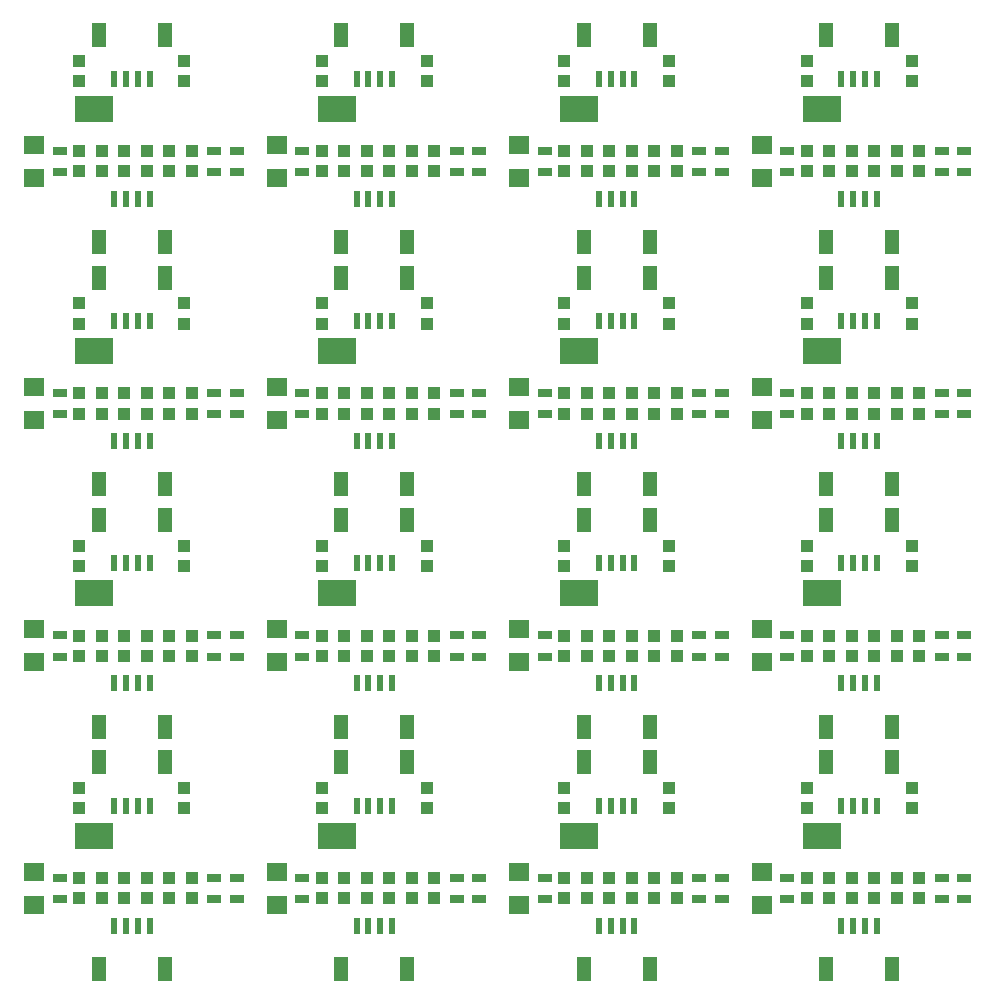
<source format=gtp>
G75*
%MOIN*%
%OFA0B0*%
%FSLAX25Y25*%
%IPPOS*%
%LPD*%
%AMOC8*
5,1,8,0,0,1.08239X$1,22.5*
%
%ADD10R,0.04724X0.03150*%
%ADD11R,0.03937X0.04331*%
%ADD12R,0.07087X0.06299*%
%ADD13R,0.04724X0.07874*%
%ADD14R,0.02362X0.05315*%
%ADD15R,0.13000X0.08800*%
D10*
X0017500Y0109293D03*
X0017500Y0116380D03*
X0069000Y0116380D03*
X0069000Y0109293D03*
X0076500Y0109293D03*
X0076500Y0116380D03*
X0098300Y0116380D03*
X0098300Y0109293D03*
X0149800Y0109293D03*
X0149800Y0116380D03*
X0157300Y0116380D03*
X0157300Y0109293D03*
X0179100Y0109293D03*
X0179100Y0116380D03*
X0230600Y0116380D03*
X0230600Y0109293D03*
X0238100Y0109293D03*
X0238100Y0116380D03*
X0259900Y0116380D03*
X0259900Y0109293D03*
X0311400Y0109293D03*
X0311400Y0116380D03*
X0318900Y0116380D03*
X0318900Y0109293D03*
X0318900Y0190093D03*
X0318900Y0197180D03*
X0311400Y0197180D03*
X0311400Y0190093D03*
X0259900Y0190093D03*
X0259900Y0197180D03*
X0238100Y0197180D03*
X0238100Y0190093D03*
X0230600Y0190093D03*
X0230600Y0197180D03*
X0179100Y0197180D03*
X0179100Y0190093D03*
X0157300Y0190093D03*
X0157300Y0197180D03*
X0149800Y0197180D03*
X0149800Y0190093D03*
X0098300Y0190093D03*
X0098300Y0197180D03*
X0076500Y0197180D03*
X0076500Y0190093D03*
X0069000Y0190093D03*
X0069000Y0197180D03*
X0017500Y0197180D03*
X0017500Y0190093D03*
X0017500Y0270893D03*
X0017500Y0277980D03*
X0069000Y0277980D03*
X0069000Y0270893D03*
X0076500Y0270893D03*
X0076500Y0277980D03*
X0098300Y0277980D03*
X0098300Y0270893D03*
X0149800Y0270893D03*
X0149800Y0277980D03*
X0157300Y0277980D03*
X0157300Y0270893D03*
X0179100Y0270893D03*
X0179100Y0277980D03*
X0230600Y0277980D03*
X0230600Y0270893D03*
X0238100Y0270893D03*
X0238100Y0277980D03*
X0259900Y0277980D03*
X0259900Y0270893D03*
X0311400Y0270893D03*
X0311400Y0277980D03*
X0318900Y0277980D03*
X0318900Y0270893D03*
X0318900Y0351670D03*
X0318900Y0358757D03*
X0311400Y0358757D03*
X0311400Y0351670D03*
X0259900Y0351670D03*
X0259900Y0358757D03*
X0238100Y0358757D03*
X0238100Y0351670D03*
X0230600Y0351670D03*
X0230600Y0358757D03*
X0179100Y0358757D03*
X0179100Y0351670D03*
X0157300Y0351670D03*
X0157300Y0358757D03*
X0149800Y0358757D03*
X0149800Y0351670D03*
X0098300Y0351670D03*
X0098300Y0358757D03*
X0076500Y0358757D03*
X0076500Y0351670D03*
X0069000Y0351670D03*
X0069000Y0358757D03*
X0017500Y0358757D03*
X0017500Y0351670D03*
D11*
X0024000Y0351867D03*
X0024000Y0358560D03*
X0031500Y0358560D03*
X0031500Y0351867D03*
X0039000Y0351867D03*
X0039000Y0358560D03*
X0046500Y0358560D03*
X0046500Y0351867D03*
X0054000Y0351867D03*
X0054000Y0358560D03*
X0061500Y0358560D03*
X0061500Y0351867D03*
X0059000Y0381867D03*
X0059000Y0388560D03*
X0024000Y0388560D03*
X0024000Y0381867D03*
X0024000Y0307783D03*
X0024000Y0301090D03*
X0024000Y0277783D03*
X0024000Y0271090D03*
X0031500Y0271090D03*
X0031500Y0277783D03*
X0039000Y0277783D03*
X0039000Y0271090D03*
X0046500Y0271090D03*
X0046500Y0277783D03*
X0054000Y0277783D03*
X0054000Y0271090D03*
X0061500Y0271090D03*
X0061500Y0277783D03*
X0059000Y0301090D03*
X0059000Y0307783D03*
X0104800Y0307783D03*
X0104800Y0301090D03*
X0104800Y0277783D03*
X0104800Y0271090D03*
X0112300Y0271090D03*
X0112300Y0277783D03*
X0119800Y0277783D03*
X0119800Y0271090D03*
X0127300Y0271090D03*
X0127300Y0277783D03*
X0134800Y0277783D03*
X0134800Y0271090D03*
X0142300Y0271090D03*
X0142300Y0277783D03*
X0139800Y0301090D03*
X0139800Y0307783D03*
X0142300Y0351867D03*
X0142300Y0358560D03*
X0134800Y0358560D03*
X0134800Y0351867D03*
X0127300Y0351867D03*
X0127300Y0358560D03*
X0119800Y0358560D03*
X0119800Y0351867D03*
X0112300Y0351867D03*
X0112300Y0358560D03*
X0104800Y0358560D03*
X0104800Y0351867D03*
X0104800Y0381867D03*
X0104800Y0388560D03*
X0139800Y0388560D03*
X0139800Y0381867D03*
X0185600Y0381867D03*
X0185600Y0388560D03*
X0185600Y0358560D03*
X0185600Y0351867D03*
X0193100Y0351867D03*
X0193100Y0358560D03*
X0200600Y0358560D03*
X0200600Y0351867D03*
X0208100Y0351867D03*
X0208100Y0358560D03*
X0215600Y0358560D03*
X0215600Y0351867D03*
X0223100Y0351867D03*
X0223100Y0358560D03*
X0220600Y0381867D03*
X0220600Y0388560D03*
X0266400Y0388560D03*
X0266400Y0381867D03*
X0266400Y0358560D03*
X0266400Y0351867D03*
X0273900Y0351867D03*
X0273900Y0358560D03*
X0281400Y0358560D03*
X0281400Y0351867D03*
X0288900Y0351867D03*
X0288900Y0358560D03*
X0296400Y0358560D03*
X0296400Y0351867D03*
X0303900Y0351867D03*
X0303900Y0358560D03*
X0301400Y0381867D03*
X0301400Y0388560D03*
X0301400Y0307783D03*
X0301400Y0301090D03*
X0303900Y0277783D03*
X0303900Y0271090D03*
X0296400Y0271090D03*
X0296400Y0277783D03*
X0288900Y0277783D03*
X0288900Y0271090D03*
X0281400Y0271090D03*
X0281400Y0277783D03*
X0273900Y0277783D03*
X0273900Y0271090D03*
X0266400Y0271090D03*
X0266400Y0277783D03*
X0266400Y0301090D03*
X0266400Y0307783D03*
X0223100Y0277783D03*
X0223100Y0271090D03*
X0215600Y0271090D03*
X0215600Y0277783D03*
X0208100Y0277783D03*
X0208100Y0271090D03*
X0200600Y0271090D03*
X0200600Y0277783D03*
X0193100Y0277783D03*
X0193100Y0271090D03*
X0185600Y0271090D03*
X0185600Y0277783D03*
X0185600Y0301090D03*
X0185600Y0307783D03*
X0220600Y0307783D03*
X0220600Y0301090D03*
X0220600Y0226983D03*
X0220600Y0220290D03*
X0223100Y0196983D03*
X0223100Y0190290D03*
X0215600Y0190290D03*
X0215600Y0196983D03*
X0208100Y0196983D03*
X0208100Y0190290D03*
X0200600Y0190290D03*
X0200600Y0196983D03*
X0193100Y0196983D03*
X0193100Y0190290D03*
X0185600Y0190290D03*
X0185600Y0196983D03*
X0185600Y0220290D03*
X0185600Y0226983D03*
X0142300Y0196983D03*
X0142300Y0190290D03*
X0134800Y0190290D03*
X0134800Y0196983D03*
X0127300Y0196983D03*
X0127300Y0190290D03*
X0119800Y0190290D03*
X0119800Y0196983D03*
X0112300Y0196983D03*
X0112300Y0190290D03*
X0104800Y0190290D03*
X0104800Y0196983D03*
X0104800Y0220290D03*
X0104800Y0226983D03*
X0139800Y0226983D03*
X0139800Y0220290D03*
X0139800Y0146183D03*
X0139800Y0139490D03*
X0142300Y0116183D03*
X0142300Y0109490D03*
X0134800Y0109490D03*
X0134800Y0116183D03*
X0127300Y0116183D03*
X0127300Y0109490D03*
X0119800Y0109490D03*
X0119800Y0116183D03*
X0112300Y0116183D03*
X0112300Y0109490D03*
X0104800Y0109490D03*
X0104800Y0116183D03*
X0104800Y0139490D03*
X0104800Y0146183D03*
X0059000Y0146183D03*
X0059000Y0139490D03*
X0061500Y0116183D03*
X0061500Y0109490D03*
X0054000Y0109490D03*
X0054000Y0116183D03*
X0046500Y0116183D03*
X0046500Y0109490D03*
X0039000Y0109490D03*
X0039000Y0116183D03*
X0031500Y0116183D03*
X0031500Y0109490D03*
X0024000Y0109490D03*
X0024000Y0116183D03*
X0024000Y0139490D03*
X0024000Y0146183D03*
X0024000Y0190290D03*
X0024000Y0196983D03*
X0031500Y0196983D03*
X0031500Y0190290D03*
X0039000Y0190290D03*
X0039000Y0196983D03*
X0046500Y0196983D03*
X0046500Y0190290D03*
X0054000Y0190290D03*
X0054000Y0196983D03*
X0061500Y0196983D03*
X0061500Y0190290D03*
X0059000Y0220290D03*
X0059000Y0226983D03*
X0024000Y0226983D03*
X0024000Y0220290D03*
X0185600Y0146183D03*
X0185600Y0139490D03*
X0185600Y0116183D03*
X0185600Y0109490D03*
X0193100Y0109490D03*
X0193100Y0116183D03*
X0200600Y0116183D03*
X0200600Y0109490D03*
X0208100Y0109490D03*
X0208100Y0116183D03*
X0215600Y0116183D03*
X0215600Y0109490D03*
X0223100Y0109490D03*
X0223100Y0116183D03*
X0220600Y0139490D03*
X0220600Y0146183D03*
X0266400Y0146183D03*
X0266400Y0139490D03*
X0266400Y0116183D03*
X0266400Y0109490D03*
X0273900Y0109490D03*
X0273900Y0116183D03*
X0281400Y0116183D03*
X0281400Y0109490D03*
X0288900Y0109490D03*
X0288900Y0116183D03*
X0296400Y0116183D03*
X0296400Y0109490D03*
X0303900Y0109490D03*
X0303900Y0116183D03*
X0301400Y0139490D03*
X0301400Y0146183D03*
X0303900Y0190290D03*
X0303900Y0196983D03*
X0296400Y0196983D03*
X0296400Y0190290D03*
X0288900Y0190290D03*
X0288900Y0196983D03*
X0281400Y0196983D03*
X0281400Y0190290D03*
X0273900Y0190290D03*
X0273900Y0196983D03*
X0266400Y0196983D03*
X0266400Y0190290D03*
X0266400Y0220290D03*
X0266400Y0226983D03*
X0301400Y0226983D03*
X0301400Y0220290D03*
D12*
X0251400Y0199148D03*
X0251400Y0188125D03*
X0251400Y0118348D03*
X0251400Y0107325D03*
X0170600Y0107325D03*
X0170600Y0118348D03*
X0170600Y0188125D03*
X0170600Y0199148D03*
X0170600Y0268925D03*
X0170600Y0279948D03*
X0170600Y0349702D03*
X0170600Y0360726D03*
X0251400Y0360726D03*
X0251400Y0349702D03*
X0251400Y0279948D03*
X0251400Y0268925D03*
X0089800Y0268925D03*
X0089800Y0279948D03*
X0089800Y0349702D03*
X0089800Y0360726D03*
X0009000Y0360726D03*
X0009000Y0349702D03*
X0009000Y0279948D03*
X0009000Y0268925D03*
X0009000Y0199148D03*
X0009000Y0188125D03*
X0009000Y0118348D03*
X0009000Y0107325D03*
X0089800Y0107325D03*
X0089800Y0118348D03*
X0089800Y0188125D03*
X0089800Y0199148D03*
D13*
X0030476Y0085868D03*
X0052524Y0085868D03*
X0111276Y0085868D03*
X0133324Y0085868D03*
X0133324Y0154805D03*
X0133324Y0166668D03*
X0111276Y0166668D03*
X0111276Y0154805D03*
X0052524Y0154805D03*
X0052524Y0166668D03*
X0030476Y0166668D03*
X0030476Y0154805D03*
X0030476Y0235605D03*
X0030476Y0247468D03*
X0052524Y0247468D03*
X0052524Y0235605D03*
X0111276Y0235605D03*
X0111276Y0247468D03*
X0133324Y0247468D03*
X0133324Y0235605D03*
X0192076Y0235605D03*
X0192076Y0247468D03*
X0214124Y0247468D03*
X0214124Y0235605D03*
X0214124Y0166668D03*
X0214124Y0154805D03*
X0192076Y0154805D03*
X0192076Y0166668D03*
X0192076Y0085868D03*
X0214124Y0085868D03*
X0272876Y0085868D03*
X0294924Y0085868D03*
X0294924Y0154805D03*
X0294924Y0166668D03*
X0272876Y0166668D03*
X0272876Y0154805D03*
X0272876Y0235605D03*
X0272876Y0247468D03*
X0294924Y0247468D03*
X0294924Y0235605D03*
X0294924Y0316405D03*
X0294924Y0328245D03*
X0272876Y0328245D03*
X0272876Y0316405D03*
X0214124Y0316405D03*
X0214124Y0328245D03*
X0192076Y0328245D03*
X0192076Y0316405D03*
X0133324Y0316405D03*
X0133324Y0328245D03*
X0111276Y0328245D03*
X0111276Y0316405D03*
X0052524Y0316405D03*
X0052524Y0328245D03*
X0030476Y0328245D03*
X0030476Y0316405D03*
X0030476Y0397182D03*
X0052524Y0397182D03*
X0111276Y0397182D03*
X0133324Y0397182D03*
X0192076Y0397182D03*
X0214124Y0397182D03*
X0272876Y0397182D03*
X0294924Y0397182D03*
D14*
X0289806Y0382714D03*
X0285869Y0382714D03*
X0281931Y0382714D03*
X0277994Y0382714D03*
X0277994Y0342714D03*
X0281931Y0342714D03*
X0285869Y0342714D03*
X0289806Y0342714D03*
X0289806Y0301937D03*
X0285869Y0301937D03*
X0281931Y0301937D03*
X0277994Y0301937D03*
X0277994Y0261937D03*
X0281931Y0261937D03*
X0285869Y0261937D03*
X0289806Y0261937D03*
X0289806Y0221137D03*
X0285869Y0221137D03*
X0281931Y0221137D03*
X0277994Y0221137D03*
X0277994Y0181137D03*
X0281931Y0181137D03*
X0285869Y0181137D03*
X0289806Y0181137D03*
X0289806Y0140337D03*
X0285869Y0140337D03*
X0281931Y0140337D03*
X0277994Y0140337D03*
X0277994Y0100337D03*
X0281931Y0100337D03*
X0285869Y0100337D03*
X0289806Y0100337D03*
X0209006Y0100337D03*
X0205069Y0100337D03*
X0201131Y0100337D03*
X0197194Y0100337D03*
X0197194Y0140337D03*
X0201131Y0140337D03*
X0205069Y0140337D03*
X0209006Y0140337D03*
X0209006Y0181137D03*
X0205069Y0181137D03*
X0201131Y0181137D03*
X0197194Y0181137D03*
X0197194Y0221137D03*
X0201131Y0221137D03*
X0205069Y0221137D03*
X0209006Y0221137D03*
X0209006Y0261937D03*
X0205069Y0261937D03*
X0201131Y0261937D03*
X0197194Y0261937D03*
X0197194Y0301937D03*
X0201131Y0301937D03*
X0205069Y0301937D03*
X0209006Y0301937D03*
X0209006Y0342714D03*
X0205069Y0342714D03*
X0201131Y0342714D03*
X0197194Y0342714D03*
X0197194Y0382714D03*
X0201131Y0382714D03*
X0205069Y0382714D03*
X0209006Y0382714D03*
X0128206Y0382714D03*
X0124269Y0382714D03*
X0120331Y0382714D03*
X0116394Y0382714D03*
X0116394Y0342714D03*
X0120331Y0342714D03*
X0124269Y0342714D03*
X0128206Y0342714D03*
X0128206Y0301937D03*
X0124269Y0301937D03*
X0120331Y0301937D03*
X0116394Y0301937D03*
X0116394Y0261937D03*
X0120331Y0261937D03*
X0124269Y0261937D03*
X0128206Y0261937D03*
X0128206Y0221137D03*
X0124269Y0221137D03*
X0120331Y0221137D03*
X0116394Y0221137D03*
X0116394Y0181137D03*
X0120331Y0181137D03*
X0124269Y0181137D03*
X0128206Y0181137D03*
X0128206Y0140337D03*
X0124269Y0140337D03*
X0120331Y0140337D03*
X0116394Y0140337D03*
X0116394Y0100337D03*
X0120331Y0100337D03*
X0124269Y0100337D03*
X0128206Y0100337D03*
X0047406Y0100337D03*
X0043469Y0100337D03*
X0039531Y0100337D03*
X0035594Y0100337D03*
X0035594Y0140337D03*
X0039531Y0140337D03*
X0043469Y0140337D03*
X0047406Y0140337D03*
X0047406Y0181137D03*
X0043469Y0181137D03*
X0039531Y0181137D03*
X0035594Y0181137D03*
X0035594Y0221137D03*
X0039531Y0221137D03*
X0043469Y0221137D03*
X0047406Y0221137D03*
X0047406Y0261937D03*
X0043469Y0261937D03*
X0039531Y0261937D03*
X0035594Y0261937D03*
X0035594Y0301937D03*
X0039531Y0301937D03*
X0043469Y0301937D03*
X0047406Y0301937D03*
X0047406Y0342714D03*
X0043469Y0342714D03*
X0039531Y0342714D03*
X0035594Y0342714D03*
X0035594Y0382714D03*
X0039531Y0382714D03*
X0043469Y0382714D03*
X0047406Y0382714D03*
D15*
X0029000Y0372714D03*
X0029000Y0291937D03*
X0029000Y0211137D03*
X0029000Y0130337D03*
X0109800Y0130337D03*
X0109800Y0211137D03*
X0109800Y0291937D03*
X0109800Y0372714D03*
X0190600Y0372714D03*
X0190600Y0291937D03*
X0190600Y0211137D03*
X0190600Y0130337D03*
X0271400Y0130337D03*
X0271400Y0211137D03*
X0271400Y0291937D03*
X0271400Y0372714D03*
M02*

</source>
